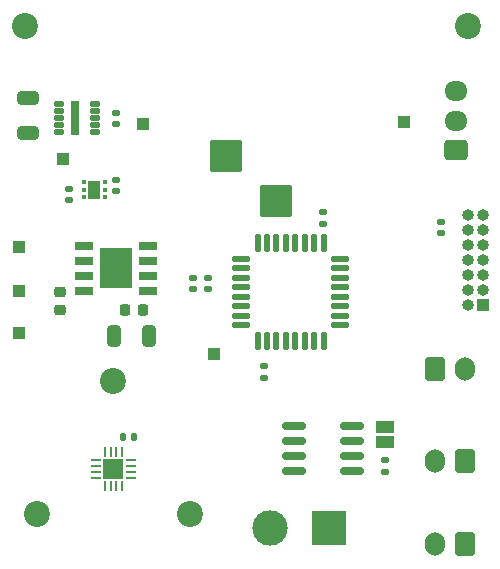
<source format=gbr>
%TF.GenerationSoftware,KiCad,Pcbnew,8.0.2*%
%TF.CreationDate,2024-10-23T20:47:09+03:00*%
%TF.ProjectId,PowerServo AE 36V 3.6A 30D - DEV,506f7765-7253-4657-9276-6f2041452033,rev?*%
%TF.SameCoordinates,Original*%
%TF.FileFunction,Soldermask,Top*%
%TF.FilePolarity,Negative*%
%FSLAX46Y46*%
G04 Gerber Fmt 4.6, Leading zero omitted, Abs format (unit mm)*
G04 Created by KiCad (PCBNEW 8.0.2) date 2024-10-23 20:47:09*
%MOMM*%
%LPD*%
G01*
G04 APERTURE LIST*
G04 Aperture macros list*
%AMRoundRect*
0 Rectangle with rounded corners*
0 $1 Rounding radius*
0 $2 $3 $4 $5 $6 $7 $8 $9 X,Y pos of 4 corners*
0 Add a 4 corners polygon primitive as box body*
4,1,4,$2,$3,$4,$5,$6,$7,$8,$9,$2,$3,0*
0 Add four circle primitives for the rounded corners*
1,1,$1+$1,$2,$3*
1,1,$1+$1,$4,$5*
1,1,$1+$1,$6,$7*
1,1,$1+$1,$8,$9*
0 Add four rect primitives between the rounded corners*
20,1,$1+$1,$2,$3,$4,$5,0*
20,1,$1+$1,$4,$5,$6,$7,0*
20,1,$1+$1,$6,$7,$8,$9,0*
20,1,$1+$1,$8,$9,$2,$3,0*%
G04 Aperture macros list end*
%ADD10RoundRect,0.140000X0.170000X-0.140000X0.170000X0.140000X-0.170000X0.140000X-0.170000X-0.140000X0*%
%ADD11C,2.200000*%
%ADD12RoundRect,0.140000X-0.170000X0.140000X-0.170000X-0.140000X0.170000X-0.140000X0.170000X0.140000X0*%
%ADD13RoundRect,0.250000X0.725000X-0.600000X0.725000X0.600000X-0.725000X0.600000X-0.725000X-0.600000X0*%
%ADD14O,1.950000X1.700000*%
%ADD15RoundRect,0.250000X0.600000X0.750000X-0.600000X0.750000X-0.600000X-0.750000X0.600000X-0.750000X0*%
%ADD16O,1.700000X2.000000*%
%ADD17RoundRect,0.135000X0.185000X-0.135000X0.185000X0.135000X-0.185000X0.135000X-0.185000X-0.135000X0*%
%ADD18R,1.000000X1.000000*%
%ADD19R,3.000000X3.000000*%
%ADD20C,3.000000*%
%ADD21RoundRect,0.062500X-0.325000X-0.062500X0.325000X-0.062500X0.325000X0.062500X-0.325000X0.062500X0*%
%ADD22RoundRect,0.062500X-0.062500X-0.325000X0.062500X-0.325000X0.062500X0.325000X-0.062500X0.325000X0*%
%ADD23R,1.750000X1.750000*%
%ADD24RoundRect,0.150000X-0.825000X-0.150000X0.825000X-0.150000X0.825000X0.150000X-0.825000X0.150000X0*%
%ADD25RoundRect,0.225000X0.250000X-0.225000X0.250000X0.225000X-0.250000X0.225000X-0.250000X-0.225000X0*%
%ADD26RoundRect,0.250000X-1.125000X-1.125000X1.125000X-1.125000X1.125000X1.125000X-1.125000X1.125000X0*%
%ADD27R,1.500000X1.000000*%
%ADD28O,1.000000X1.000000*%
%ADD29RoundRect,0.125000X-0.625000X-0.125000X0.625000X-0.125000X0.625000X0.125000X-0.625000X0.125000X0*%
%ADD30RoundRect,0.125000X-0.125000X-0.625000X0.125000X-0.625000X0.125000X0.625000X-0.125000X0.625000X0*%
%ADD31R,1.525000X0.650000*%
%ADD32R,2.710000X3.400000*%
%ADD33RoundRect,0.093750X-0.093750X-0.106250X0.093750X-0.106250X0.093750X0.106250X-0.093750X0.106250X0*%
%ADD34R,1.000000X1.600000*%
%ADD35RoundRect,0.250000X-0.325000X-0.650000X0.325000X-0.650000X0.325000X0.650000X-0.325000X0.650000X0*%
%ADD36RoundRect,0.140000X0.140000X0.170000X-0.140000X0.170000X-0.140000X-0.170000X0.140000X-0.170000X0*%
%ADD37RoundRect,0.135000X-0.185000X0.135000X-0.185000X-0.135000X0.185000X-0.135000X0.185000X0.135000X0*%
%ADD38RoundRect,0.250000X-0.600000X-0.750000X0.600000X-0.750000X0.600000X0.750000X-0.600000X0.750000X0*%
%ADD39RoundRect,0.225000X-0.225000X-0.250000X0.225000X-0.250000X0.225000X0.250000X-0.225000X0.250000X0*%
%ADD40RoundRect,0.112500X-0.287500X-0.112500X0.287500X-0.112500X0.287500X0.112500X-0.287500X0.112500X0*%
%ADD41R,0.700000X2.900000*%
%ADD42RoundRect,0.250000X-0.650000X0.325000X-0.650000X-0.325000X0.650000X-0.325000X0.650000X0.325000X0*%
G04 APERTURE END LIST*
D10*
%TO.C,C4*%
X103000000Y-79750000D03*
X103000000Y-78790000D03*
%TD*%
D11*
%TO.C,REF\u002A\u002A*%
X87500000Y-57500000D03*
%TD*%
D12*
%TO.C,R2*%
X118000002Y-94250002D03*
X118000002Y-95210002D03*
%TD*%
D13*
%TO.C,J8*%
X123975002Y-68000002D03*
D14*
X123975001Y-65500002D03*
X123975002Y-63000002D03*
%TD*%
D15*
%TO.C,J6*%
X124749999Y-94275002D03*
D16*
X122249999Y-94275001D03*
%TD*%
D17*
%TO.C,R3*%
X112749999Y-74260000D03*
X112750001Y-73240000D03*
%TD*%
D12*
%TO.C,C5*%
X95250000Y-70520001D03*
X95250000Y-71480001D03*
%TD*%
D18*
%TO.C,J10*%
X87000000Y-79905000D03*
%TD*%
D19*
%TO.C,J4*%
X113250000Y-100000000D03*
D20*
X108250000Y-100000000D03*
%TD*%
D21*
%TO.C,U4*%
X93537500Y-94250000D03*
X93537500Y-94750000D03*
X93537500Y-95250000D03*
X93537503Y-95750002D03*
D22*
X94250000Y-96462500D03*
X94750000Y-96462500D03*
X95250000Y-96462500D03*
X95750002Y-96462497D03*
D21*
X96462500Y-95750000D03*
X96462500Y-95250000D03*
X96462500Y-94750000D03*
X96462497Y-94249998D03*
D22*
X95750000Y-93537500D03*
X95250000Y-93537500D03*
X94750000Y-93537500D03*
X94249998Y-93537503D03*
D23*
X95000000Y-95000000D03*
%TD*%
D18*
%TO.C,J11*%
X87000000Y-76155000D03*
%TD*%
D24*
%TO.C,U5*%
X110275002Y-91344999D03*
X110275000Y-92615001D03*
X110275000Y-93885001D03*
X110275001Y-95155002D03*
X115224998Y-95155003D03*
X115225000Y-93885001D03*
X115225000Y-92615001D03*
X115224999Y-91345000D03*
%TD*%
D18*
%TO.C,J17*%
X87000000Y-83500000D03*
%TD*%
D25*
%TO.C,C11*%
X90500000Y-81525001D03*
X90500000Y-79974999D03*
%TD*%
D11*
%TO.C,REF\u002A\u002A*%
X125000000Y-57500000D03*
%TD*%
D26*
%TO.C,J2*%
X108750000Y-72250000D03*
%TD*%
D27*
%TO.C,JP1*%
X118000001Y-92710001D03*
X118000001Y-91410001D03*
%TD*%
D18*
%TO.C,J3*%
X126250000Y-81100001D03*
D28*
X124979999Y-81100001D03*
X126250000Y-79830000D03*
X124980002Y-79830003D03*
X126250001Y-78559998D03*
X124979999Y-78560003D03*
X126250000Y-77290002D03*
X124980000Y-77290002D03*
X126250000Y-76020001D03*
X124980001Y-76019999D03*
X126250000Y-74750001D03*
X124979999Y-74750001D03*
X126250000Y-73480001D03*
X124979999Y-73480000D03*
%TD*%
D18*
%TO.C,J16*%
X97500000Y-65750001D03*
%TD*%
D12*
%TO.C,C6*%
X91250000Y-71270001D03*
X91250000Y-72230001D03*
%TD*%
D29*
%TO.C,U7*%
X105825000Y-77200000D03*
X105825000Y-78000000D03*
X105825000Y-78800000D03*
X105825000Y-79600000D03*
X105825000Y-80400000D03*
X105825000Y-81200000D03*
X105825000Y-82000000D03*
X105825000Y-82800000D03*
D30*
X107200000Y-84175000D03*
X108000000Y-84175000D03*
X108800000Y-84175000D03*
X109600000Y-84175000D03*
X110400000Y-84175000D03*
X111200000Y-84175000D03*
X112000000Y-84175000D03*
X112800000Y-84175000D03*
D29*
X114175000Y-82800000D03*
X114175000Y-82000000D03*
X114175000Y-81200000D03*
X114175000Y-80400000D03*
X114175000Y-79600000D03*
X114175000Y-78800000D03*
X114175000Y-78000000D03*
X114175000Y-77200000D03*
D30*
X112800000Y-75825000D03*
X112000000Y-75825000D03*
X111200000Y-75825000D03*
X110400000Y-75825000D03*
X109600000Y-75825000D03*
X108800000Y-75825000D03*
X108000000Y-75825000D03*
X107200000Y-75825000D03*
%TD*%
D31*
%TO.C,IC1*%
X92538000Y-76095000D03*
X92538000Y-77365000D03*
X92538000Y-78635000D03*
X92538000Y-79905000D03*
X97962000Y-79905000D03*
X97962000Y-78635000D03*
X97962000Y-77365000D03*
X97962000Y-76095000D03*
D32*
X95250000Y-78000000D03*
%TD*%
D18*
%TO.C,J12*%
X103500000Y-85250000D03*
%TD*%
D26*
%TO.C,J7*%
X104500000Y-68500000D03*
%TD*%
D33*
%TO.C,U2*%
X92475000Y-70680006D03*
X92475000Y-71330006D03*
X92475000Y-71980006D03*
X94250000Y-71980006D03*
X94250000Y-71330006D03*
X94250000Y-70680006D03*
D34*
X93362500Y-71330006D03*
%TD*%
D35*
%TO.C,C7*%
X95025000Y-83750000D03*
X97975000Y-83750000D03*
%TD*%
D11*
%TO.C,REF\u002A\u002A*%
X88500000Y-98750000D03*
%TD*%
%TO.C,REF\u002A\u002A*%
X101500000Y-98750000D03*
%TD*%
D36*
%TO.C,C9*%
X96730000Y-92250000D03*
X95770000Y-92250000D03*
%TD*%
D37*
%TO.C,R1*%
X107749999Y-86240000D03*
X107750001Y-87260000D03*
%TD*%
D15*
%TO.C,J1*%
X124749999Y-101300001D03*
D16*
X122249999Y-101300000D03*
%TD*%
D18*
%TO.C,J13*%
X90750000Y-68750001D03*
%TD*%
D11*
%TO.C,REF\u002A\u002A*%
X95000000Y-87500000D03*
%TD*%
D38*
%TO.C,J5*%
X122250000Y-86500001D03*
D16*
X124750000Y-86500001D03*
%TD*%
D10*
%TO.C,C3*%
X101750002Y-79750000D03*
X101750002Y-78790000D03*
%TD*%
D39*
%TO.C,C8*%
X95974999Y-81500000D03*
X97525001Y-81500000D03*
%TD*%
D12*
%TO.C,C10*%
X122750000Y-74040001D03*
X122750000Y-75000001D03*
%TD*%
D40*
%TO.C,U1*%
X90399999Y-64080001D03*
X90399999Y-64680002D03*
X90399999Y-65280001D03*
X90399999Y-65880003D03*
X90399999Y-66480001D03*
X93449999Y-66480001D03*
X93449999Y-65880000D03*
X93449999Y-65280001D03*
X93449999Y-64679999D03*
X93449999Y-64080001D03*
D41*
X91749998Y-65280002D03*
%TD*%
D42*
%TO.C,C2*%
X87750000Y-63585001D03*
X87750000Y-66535001D03*
%TD*%
D18*
%TO.C,J9*%
X119625000Y-65625001D03*
%TD*%
D12*
%TO.C,C1*%
X95250000Y-64830001D03*
X95250000Y-65790001D03*
%TD*%
M02*

</source>
